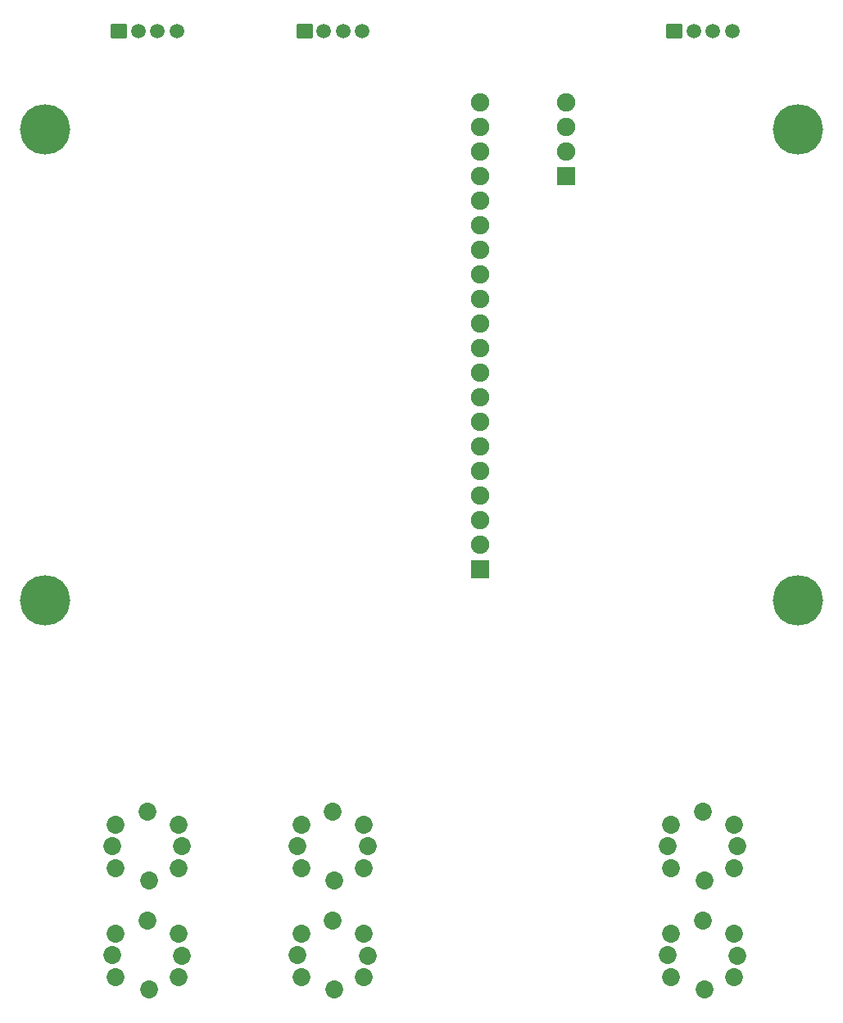
<source format=gbs>
G04 Layer: BottomSolderMaskLayer*
G04 EasyEDA v6.5.29, 2023-07-18 10:59:27*
G04 edb8639753f2491aa550edbca108bfa0,5a6b42c53f6a479593ecc07194224c93,10*
G04 Gerber Generator version 0.2*
G04 Scale: 100 percent, Rotated: No, Reflected: No *
G04 Dimensions in millimeters *
G04 leading zeros omitted , absolute positions ,4 integer and 5 decimal *
%FSLAX45Y45*%
%MOMM*%

%AMMACRO1*1,1,$1,$2,$3*1,1,$1,$4,$5*1,1,$1,0-$2,0-$3*1,1,$1,0-$4,0-$5*20,1,$1,$2,$3,$4,$5,0*20,1,$1,$4,$5,0-$2,0-$3,0*20,1,$1,0-$2,0-$3,0-$4,0-$5,0*20,1,$1,0-$4,0-$5,$2,$3,0*4,1,4,$2,$3,$4,$5,0-$2,0-$3,0-$4,0-$5,$2,$3,0*%
%ADD10C,1.9016*%
%ADD11MACRO1,0.1016X0.85X0.9X0.85X-0.9*%
%ADD12MACRO1,0.1016X0.9X-0.9X0.9X0.9*%
%ADD13C,1.8532*%
%ADD14C,1.5016*%
%ADD15MACRO1,0.1016X-0.762X0.7X0.762X0.7*%
%ADD16C,5.2032*%

%LPD*%
D10*
G01*
X6021095Y10153192D03*
D11*
G01*
X6021094Y9391192D03*
D10*
G01*
X6021095Y9645192D03*
G01*
X6021095Y9899192D03*
G01*
X5132095Y10153192D03*
D12*
G01*
X5132095Y5327192D03*
D10*
G01*
X5132095Y5581192D03*
G01*
X5132095Y5835192D03*
G01*
X5132095Y6089192D03*
G01*
X5132095Y6343192D03*
G01*
X5132095Y6597192D03*
G01*
X5132095Y6851192D03*
G01*
X5132095Y7105192D03*
G01*
X5132095Y7359192D03*
G01*
X5132095Y7613192D03*
G01*
X5132095Y7867192D03*
G01*
X5132095Y8121192D03*
G01*
X5132095Y8375192D03*
G01*
X5132095Y8629192D03*
G01*
X5132095Y8883192D03*
G01*
X5132095Y9137192D03*
G01*
X5132095Y9391192D03*
G01*
X5132095Y9645192D03*
G01*
X5132095Y9899192D03*
D13*
G01*
X2019300Y2235200D03*
G01*
X1369288Y2235200D03*
G01*
X2019300Y2685211D03*
G01*
X1369288Y2685211D03*
G01*
X1694306Y2820187D03*
G01*
X2054301Y2460193D03*
G01*
X1714500Y2108200D03*
G01*
X1333500Y2463800D03*
G01*
X3937000Y2235200D03*
G01*
X3286988Y2235200D03*
G01*
X3937000Y2685211D03*
G01*
X3286988Y2685211D03*
G01*
X3612006Y2820187D03*
G01*
X3972001Y2460193D03*
G01*
X3632200Y2108200D03*
G01*
X3251200Y2463800D03*
G01*
X7759700Y2235200D03*
G01*
X7109688Y2235200D03*
G01*
X7759700Y2685211D03*
G01*
X7109688Y2685211D03*
G01*
X7434706Y2820187D03*
G01*
X7794701Y2460193D03*
G01*
X7454900Y2108200D03*
G01*
X7073900Y2463800D03*
G01*
X2019300Y1104900D03*
G01*
X1369288Y1104900D03*
G01*
X2019300Y1554911D03*
G01*
X1369288Y1554911D03*
G01*
X1694306Y1689887D03*
G01*
X2054301Y1329893D03*
G01*
X1714500Y977900D03*
G01*
X1333500Y1333500D03*
G01*
X3937000Y1104900D03*
G01*
X3286988Y1104900D03*
G01*
X3937000Y1554911D03*
G01*
X3286988Y1554911D03*
G01*
X3612006Y1689887D03*
G01*
X3972001Y1329893D03*
G01*
X3632200Y977900D03*
G01*
X3251200Y1333500D03*
G01*
X7759700Y1104900D03*
G01*
X7109688Y1104900D03*
G01*
X7759700Y1554911D03*
G01*
X7109688Y1554911D03*
G01*
X7434706Y1689887D03*
G01*
X7794701Y1329893D03*
G01*
X7454900Y977900D03*
G01*
X7073900Y1333500D03*
D14*
G01*
X3919499Y10883900D03*
G01*
X3719499Y10883900D03*
G01*
X3519500Y10883900D03*
D15*
G01*
X3319500Y10883900D03*
D14*
G01*
X7742199Y10883900D03*
G01*
X7542199Y10883900D03*
G01*
X7342200Y10883900D03*
D15*
G01*
X7142200Y10883900D03*
D14*
G01*
X2001799Y10883900D03*
G01*
X1801799Y10883900D03*
G01*
X1601800Y10883900D03*
D15*
G01*
X1401800Y10883900D03*
D16*
G01*
X8421395Y9873792D03*
G01*
X641400Y9873792D03*
G01*
X8421395Y5003800D03*
G01*
X641400Y5003800D03*
M02*

</source>
